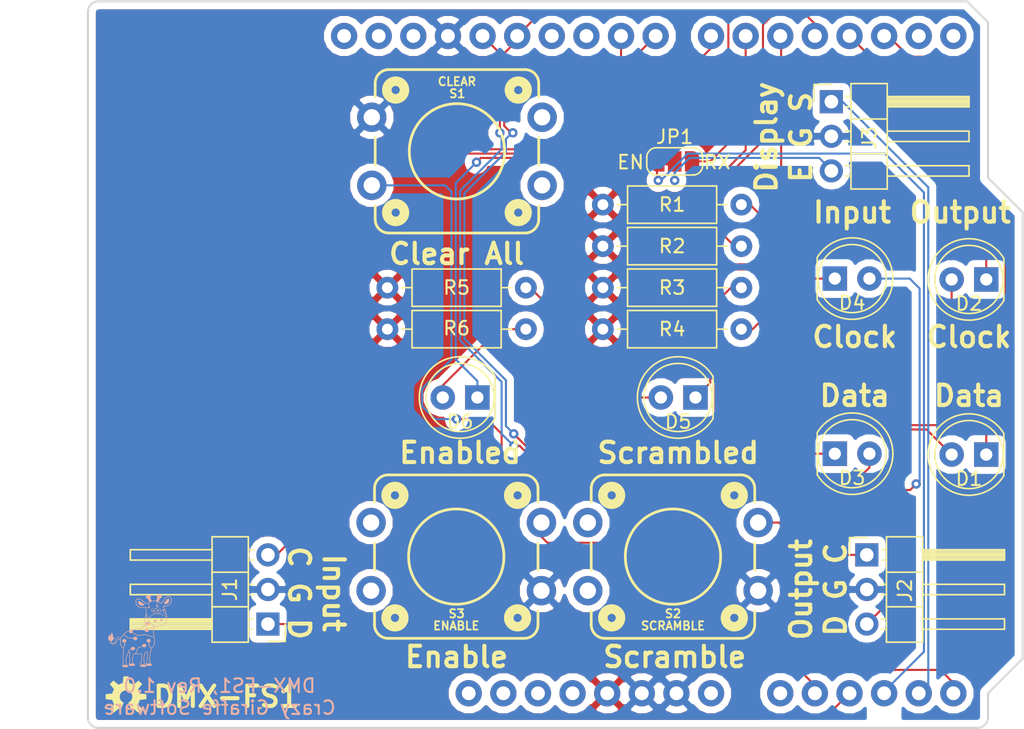
<source format=kicad_pcb>
(kicad_pcb (version 20171130) (host pcbnew "(5.0.0)")
  (title_block (title "DMX Demonstrator - Frame Scrambler (DMX-FS1)") (date 2023-12-02) (rev 1.0) (company "Crazy Giraffe Software") (comment 2 "Designed by: SparkyBobo") (comment 3 "https://creativecommons.org/licenses/by-sa/4.0/ ") (comment 4 "Released under the Creative Commons Attribution Share-Alike 4.0 License"))
  (layers (0 F.Cu signal) (31 B.Cu signal) (34 B.Paste user) (35 F.Paste user) (36 B.SilkS user) (37 F.SilkS user) (38 B.Mask user) (39 F.Mask user) (44 Edge.Cuts user))
  (net 0 "")
  (net 1 +5V)
  (net 2 /A1)
  (net 3 GND)
  (net 4 "Net-(D6-Pad2)")
  (net 5 "Net-(D5-Pad2)")
  (net 6 "Net-(D4-Pad2)")
  (net 7 "Net-(D1-Pad2)")
  (net 8 "Net-(D2-Pad2)")
  (net 9 "Net-(D3-Pad2)")
  (net 10 "Net-(A1-Pad32)")
  (net 11 "Net-(A1-Pad31)")
  (net 12 "Net-(A1-Pad1)")
  (net 13 "Net-(A1-Pad2)")
  (net 14 "Net-(A1-Pad3)")
  (net 15 "Net-(A1-Pad4)")
  (net 16 "Net-(A1-Pad8)")
  (net 17 "Net-(A1-Pad25)")
  (net 18 "Net-(A1-Pad26)")
  (net 19 /A2)
  (net 20 /A4)
  (net 21 "Net-(A1-Pad15)")
  (net 22 "Net-(A1-Pad16)")
  (net 23 /A5)
  (net 24 /RX)
  (net 25 /RXCLK)
  (net 26 "Net-(A1-Pad30)")
  (net 27 "Net-(A1-Pad9)")
  (net 28 /~DATA_RX)
  (net 29 /~DATA_TX)
  (net 30 /TX)
  (net 31 /TXCLK)
  (net 32 /A3)
  (net 33 /~CLK_RX)
  (net 34 /~CLK_TX)
  (net 35 /~SCRAM)
  (net 36 /~EN)
  (net 37 /EN)
  (module Jumper:SolderJumper-3_P1.3mm_Bridged12_RoundedPad1.0x1.5mm_NumberLabels (layer F.Cu) (at 159.385 74.9935)
    (fp_text reference JP1 (at 0 -1.8) (layer F.SilkS))
    (fp_text value EN/RX)
    (pad 1 smd custom (at -1.3 0) (size 1 0.5) (layers F.Cu F.Mask) (net 32 /A3) (options (clearance outline) (anchor rect)) (primitives (gr_circle (center 0 0.25) (end 0.5 0.25) (width 0)) (gr_circle (center 0 -0.25) (end 0.5 -0.25) (width 0)) (gr_poly (pts (xy 0.55 -0.75) (xy 0 -0.75) (xy 0 0.75) (xy 0.55 0.75)) (width 0)) (gr_poly (pts (xy 0.4 -0.3) (xy 0.9 -0.3) (xy 0.9 0.3) (xy 0.4 0.3)) (width 0))))
    (pad 3 smd custom (at 1.3 0) (size 1 0.5) (layers F.Cu F.Mask) (net 24 /RX) (options (clearance outline) (anchor rect)) (primitives (gr_circle (center 0 0.25) (end 0.5 0.25) (width 0)) (gr_circle (center 0 -0.25) (end 0.5 -0.25) (width 0)) (gr_poly (pts (xy -0.55 -0.75) (xy 0 -0.75) (xy 0 0.75) (xy -0.55 0.75)) (width 0))))
    (pad 2 smd rect (at 0 0) (size 1 1.5) (layers F.Cu F.Mask) (net 37 /EN))
  )
  (module Connector_PinHeader_2.54mm:PinHeader_1x03_P2.54mm_Horizontal (layer F.Cu) (at 170.8785 70.612)
    (fp_text reference J3 (at 2.794 2.667 90) (layer F.SilkS))
    (fp_text value Display)
    (pad 1 thru_hole rect (at 0 0) (size 1.7 1.7) (drill 1) (layers *.Cu *.Mask) (net 20 /A4))
    (pad 2 thru_hole oval (at 0 2.54) (size 1.7 1.7) (drill 1) (layers *.Cu *.Mask) (net 3 GND))
    (pad 3 thru_hole oval (at 0 5.08) (size 1.7 1.7) (drill 1) (layers *.Cu *.Mask) (net 37 /EN))
  )
  (module LED_THT:LED_D5.0mm (layer F.Cu) (at 144.907 92.329 180)
    (fp_text reference D6 (at 1.27 -1.778 180) (layer F.SilkS))
    (fp_text value DIM1)
    (pad 1 thru_hole rect (at 0 0 180) (size 1.8 1.8) (drill 0.9) (layers *.Cu *.Mask) (net 36 /~EN))
    (pad 2 thru_hole circle (at 2.54 0 180) (size 1.8 1.8) (drill 0.9) (layers *.Cu *.Mask) (net 4 "Net-(D6-Pad2)"))
  )
  (module Resistor_THT:R_Axial_DIN0207_L6.3mm_D2.5mm_P10.16mm_Horizontal (layer F.Cu) (at 138.303 87.3125)
    (fp_text reference R6 (at 5.08 -0.0635) (layer F.SilkS))
    (fp_text value 330)
    (pad 1 thru_hole circle (at 0 0) (size 1.6 1.6) (drill 0.8) (layers *.Cu *.Mask) (net 1 +5V))
    (pad 2 thru_hole oval (at 10.16 0) (size 1.6 1.6) (drill 0.8) (layers *.Cu *.Mask) (net 4 "Net-(D6-Pad2)"))
  )
  (module Connector_PinHeader_2.54mm:PinHeader_1x03_P2.54mm_Horizontal (layer F.Cu) (at 173.482 103.886)
    (fp_text reference J2 (at 2.794 2.6035 270) (layer F.SilkS))
    (fp_text value Output)
    (pad 1 thru_hole rect (at 0 0) (size 1.7 1.7) (drill 1) (layers *.Cu *.Mask) (net 25 /RXCLK))
    (pad 2 thru_hole oval (at 0 2.54) (size 1.7 1.7) (drill 1) (layers *.Cu *.Mask) (net 3 GND))
    (pad 3 thru_hole oval (at 0 5.08) (size 1.7 1.7) (drill 1) (layers *.Cu *.Mask) (net 24 /RX))
  )
  (module footprints:ARDUINO_R3_NO_HOLES (layer F.Cu) (at 150.622 89.916)
    (fp_text reference A1 hide)
    (fp_text value Arduino_UNO_R3 hide)
    (pad 4 thru_hole circle (at 1.27 24.13) (size 1.9304 1.9304) (drill 1.016) (layers *.Cu *.Mask) (net 15 "Net-(A1-Pad4)"))
    (pad 5 thru_hole circle (at 3.81 24.13) (size 1.9304 1.9304) (drill 1.016) (layers *.Cu *.Mask) (net 1 +5V))
    (pad 9 thru_hole circle (at 16.51 24.13) (size 1.9304 1.9304) (drill 1.016) (layers *.Cu *.Mask) (net 27 "Net-(A1-Pad9)"))
    (pad 10 thru_hole circle (at 19.05 24.13) (size 1.9304 1.9304) (drill 1.016) (layers *.Cu *.Mask) (net 2 /A1))
    (pad 11 thru_hole circle (at 21.59 24.13) (size 1.9304 1.9304) (drill 1.016) (layers *.Cu *.Mask) (net 19 /A2))
    (pad 12 thru_hole circle (at 24.13 24.13) (size 1.9304 1.9304) (drill 1.016) (layers *.Cu *.Mask) (net 32 /A3))
    (pad 13 thru_hole circle (at 26.67 24.13) (size 1.9304 1.9304) (drill 1.016) (layers *.Cu *.Mask) (net 20 /A4))
    (pad 14 thru_hole circle (at 29.21 24.13) (size 1.9304 1.9304) (drill 1.016) (layers *.Cu *.Mask) (net 23 /A5))
    (pad 30 thru_hole circle (at -10.414 -24.13) (size 1.9304 1.9304) (drill 1.016) (layers *.Cu *.Mask) (net 26 "Net-(A1-Pad30)"))
    (pad 15 thru_hole circle (at 29.21 -24.13) (size 1.9304 1.9304) (drill 1.016) (layers *.Cu *.Mask) (net 21 "Net-(A1-Pad15)"))
    (pad 16 thru_hole circle (at 26.67 -24.13) (size 1.9304 1.9304) (drill 1.016) (layers *.Cu *.Mask) (net 22 "Net-(A1-Pad16)"))
    (pad 17 thru_hole circle (at 24.13 -24.13) (size 1.9304 1.9304) (drill 1.016) (layers *.Cu *.Mask) (net 28 /~DATA_RX))
    (pad 18 thru_hole circle (at 21.59 -24.13) (size 1.9304 1.9304) (drill 1.016) (layers *.Cu *.Mask) (net 33 /~CLK_RX))
    (pad 19 thru_hole circle (at 19.05 -24.13) (size 1.9304 1.9304) (drill 1.016) (layers *.Cu *.Mask) (net 29 /~DATA_TX))
    (pad 20 thru_hole circle (at 16.51 -24.13) (size 1.9304 1.9304) (drill 1.016) (layers *.Cu *.Mask) (net 34 /~CLK_TX))
    (pad 21 thru_hole circle (at 13.97 -24.13) (size 1.9304 1.9304) (drill 1.016) (layers *.Cu *.Mask) (net 35 /~SCRAM))
    (pad 22 thru_hole circle (at 11.43 -24.13) (size 1.9304 1.9304) (drill 1.016) (layers *.Cu *.Mask) (net 36 /~EN))
    (pad 23 thru_hole circle (at 7.366 -24.13) (size 1.9304 1.9304) (drill 1.016) (layers *.Cu *.Mask) (net 30 /TX))
    (pad 24 thru_hole circle (at 4.826 -24.13) (size 1.9304 1.9304) (drill 1.016) (layers *.Cu *.Mask) (net 31 /TXCLK))
    (pad 25 thru_hole circle (at 2.286 -24.13) (size 1.9304 1.9304) (drill 1.016) (layers *.Cu *.Mask) (net 17 "Net-(A1-Pad25)"))
    (pad 26 thru_hole circle (at -0.254 -24.13) (size 1.9304 1.9304) (drill 1.016) (layers *.Cu *.Mask) (net 18 "Net-(A1-Pad26)"))
    (pad 27 thru_hole circle (at -2.794 -24.13) (size 1.9304 1.9304) (drill 1.016) (layers *.Cu *.Mask) (net 24 /RX))
    (pad 28 thru_hole circle (at -5.334 -24.13) (size 1.9304 1.9304) (drill 1.016) (layers *.Cu *.Mask) (net 25 /RXCLK))
    (pad 6 thru_hole circle (at 6.35 24.13) (size 1.9304 1.9304) (drill 1.016) (layers *.Cu *.Mask) (net 3 GND))
    (pad 7 thru_hole circle (at 8.89 24.13) (size 1.9304 1.9304) (drill 1.016) (layers *.Cu *.Mask) (net 3 GND))
    (pad 29 thru_hole circle (at -7.874 -24.13) (size 1.9304 1.9304) (drill 1.016) (layers *.Cu *.Mask) (net 3 GND))
    (pad 2 thru_hole circle (at -3.81 24.13) (size 1.9304 1.9304) (drill 1.016) (layers *.Cu *.Mask) (net 13 "Net-(A1-Pad2)"))
    (pad 1 thru_hole circle (at -6.35 24.13) (size 1.9304 1.9304) (drill 1.016) (layers *.Cu *.Mask) (net 12 "Net-(A1-Pad1)"))
    (pad 3 thru_hole circle (at -1.27 24.13) (size 1.9304 1.9304) (drill 1.016) (layers *.Cu *.Mask) (net 14 "Net-(A1-Pad3)"))
    (pad 32 thru_hole circle (at -15.494 -24.13) (size 1.9304 1.9304) (drill 1.016) (layers *.Cu *.Mask) (net 10 "Net-(A1-Pad32)"))
    (pad 31 thru_hole circle (at -12.954 -24.13) (size 1.9304 1.9304) (drill 1.016) (layers *.Cu *.Mask) (net 11 "Net-(A1-Pad31)"))
    (pad 8 thru_hole circle (at 11.43 24.13) (size 1.9304 1.9304) (drill 1.016) (layers *.Cu *.Mask) (net 16 "Net-(A1-Pad8)"))
  )
  (module Resistor_THT:R_Axial_DIN0207_L6.3mm_D2.5mm_P10.16mm_Horizontal (layer F.Cu) (at 154.1145 81.2165)
    (fp_text reference R2 (at 5.08 0) (layer F.SilkS))
    (fp_text value 330)
    (pad 2 thru_hole oval (at 10.16 0) (size 1.6 1.6) (drill 0.8) (layers *.Cu *.Mask) (net 8 "Net-(D2-Pad2)"))
    (pad 1 thru_hole circle (at 0 0) (size 1.6 1.6) (drill 0.8) (layers *.Cu *.Mask) (net 1 +5V))
  )
  (module Resistor_THT:R_Axial_DIN0207_L6.3mm_D2.5mm_P10.16mm_Horizontal (layer F.Cu) (at 154.1145 84.2645)
    (fp_text reference R3 (at 5.08 0) (layer F.SilkS))
    (fp_text value 330)
    (pad 2 thru_hole oval (at 10.16 0) (size 1.6 1.6) (drill 0.8) (layers *.Cu *.Mask) (net 9 "Net-(D3-Pad2)"))
    (pad 1 thru_hole circle (at 0 0) (size 1.6 1.6) (drill 0.8) (layers *.Cu *.Mask) (net 1 +5V))
  )
  (module Resistor_THT:R_Axial_DIN0207_L6.3mm_D2.5mm_P10.16mm_Horizontal (layer F.Cu) (at 154.1145 78.1685)
    (fp_text reference R1 (at 5.08 0) (layer F.SilkS))
    (fp_text value 330)
    (pad 1 thru_hole circle (at 0 0) (size 1.6 1.6) (drill 0.8) (layers *.Cu *.Mask) (net 1 +5V))
    (pad 2 thru_hole oval (at 10.16 0) (size 1.6 1.6) (drill 0.8) (layers *.Cu *.Mask) (net 7 "Net-(D1-Pad2)"))
  )
  (module Resistor_THT:R_Axial_DIN0207_L6.3mm_D2.5mm_P10.16mm_Horizontal (layer F.Cu) (at 154.1145 87.3125)
    (fp_text reference R4 (at 5.08 0) (layer F.SilkS))
    (fp_text value 330)
    (pad 2 thru_hole oval (at 10.16 0) (size 1.6 1.6) (drill 0.8) (layers *.Cu *.Mask) (net 6 "Net-(D4-Pad2)"))
    (pad 1 thru_hole circle (at 0 0) (size 1.6 1.6) (drill 0.8) (layers *.Cu *.Mask) (net 1 +5V))
  )
  (module Resistor_THT:R_Axial_DIN0207_L6.3mm_D2.5mm_P10.16mm_Horizontal (layer F.Cu) (at 138.303 84.2645)
    (fp_text reference R5 (at 5.08 0) (layer F.SilkS))
    (fp_text value 330)
    (pad 2 thru_hole oval (at 10.16 0) (size 1.6 1.6) (drill 0.8) (layers *.Cu *.Mask) (net 5 "Net-(D5-Pad2)"))
    (pad 1 thru_hole circle (at 0 0) (size 1.6 1.6) (drill 0.8) (layers *.Cu *.Mask) (net 1 +5V))
  )
  (module Switches:TACTILE_SWITCH_PTH_12MM (layer F.Cu) (at 159.258 104.013)
    (fp_text reference S2 (at 0 4.191) (layer F.SilkS) (effects (font (size 0.6096 0.6096) (thickness 0.127))))
    (fp_text value SCRAMBLE (at 0 5.08) (layer F.SilkS) (effects (font (size 0.6096 0.6096) (thickness 0.127))))
    (pad 1 thru_hole circle (at 6.2484 2.49936) (size 2.159 2.159) (drill 1.19888) (layers *.Cu *.Mask) (net 3 GND))
    (pad 2 thru_hole circle (at -6.2484 2.49936) (size 2.159 2.159) (drill 1.19888) (layers *.Cu *.Mask))
    (pad 3 thru_hole circle (at 6.2484 -2.49936) (size 2.159 2.159) (drill 1.19888) (layers *.Cu *.Mask) (net 19 /A2))
    (pad 4 thru_hole circle (at -6.2484 -2.49936) (size 2.159 2.159) (drill 1.19888) (layers *.Cu *.Mask))
  )
  (module LED_THT:LED_D5.0mm (layer F.Cu) (at 182.245 96.52 180)
    (fp_text reference D1 (at 1.27 -1.778 180) (layer F.SilkS))
    (fp_text value DATA_OUT)
    (pad 1 thru_hole rect (at 0 0 180) (size 1.8 1.8) (drill 0.9) (layers *.Cu *.Mask) (net 28 /~DATA_RX))
    (pad 2 thru_hole circle (at 2.54 0 180) (size 1.8 1.8) (drill 0.9) (layers *.Cu *.Mask) (net 7 "Net-(D1-Pad2)"))
  )
  (module Switches:TACTILE_SWITCH_PTH_12MM (layer F.Cu) (at 143.3576 104.013)
    (fp_text reference S3 (at 0.0254 4.191) (layer F.SilkS) (effects (font (size 0.6096 0.6096) (thickness 0.127))))
    (fp_text value ENABLE (at 0 5.08) (layer F.SilkS) (effects (font (size 0.6096 0.6096) (thickness 0.127))))
    (pad 4 thru_hole circle (at -6.2484 -2.49936) (size 2.159 2.159) (drill 1.19888) (layers *.Cu *.Mask))
    (pad 3 thru_hole circle (at 6.2484 -2.49936) (size 2.159 2.159) (drill 1.19888) (layers *.Cu *.Mask) (net 23 /A5))
    (pad 2 thru_hole circle (at -6.2484 2.49936) (size 2.159 2.159) (drill 1.19888) (layers *.Cu *.Mask))
    (pad 1 thru_hole circle (at 6.2484 2.49936) (size 2.159 2.159) (drill 1.19888) (layers *.Cu *.Mask) (net 3 GND))
  )
  (module Switches:TACTILE_SWITCH_PTH_12MM (layer F.Cu) (at 143.4084 74.25436 180)
    (fp_text reference S1 (at -0.0254 4.23164 180) (layer F.SilkS) (effects (font (size 0.6096 0.6096) (thickness 0.127))))
    (fp_text value CLEAR (at 0 5.12064 180) (layer F.SilkS) (effects (font (size 0.6096 0.6096) (thickness 0.127))))
    (pad 1 thru_hole circle (at 6.2484 2.49936 180) (size 2.159 2.159) (drill 1.19888) (layers *.Cu *.Mask) (net 3 GND))
    (pad 2 thru_hole circle (at -6.2484 2.49936 180) (size 2.159 2.159) (drill 1.19888) (layers *.Cu *.Mask))
    (pad 3 thru_hole circle (at 6.2484 -2.49936 180) (size 2.159 2.159) (drill 1.19888) (layers *.Cu *.Mask) (net 2 /A1))
    (pad 4 thru_hole circle (at -6.2484 -2.49936 180) (size 2.159 2.159) (drill 1.19888) (layers *.Cu *.Mask))
  )
  (module LED_THT:LED_D5.0mm (layer F.Cu) (at 171.1325 96.4565)
    (fp_text reference D3 (at 1.27 1.778) (layer F.SilkS))
    (fp_text value DATA_IN)
    (pad 1 thru_hole rect (at 0 0) (size 1.8 1.8) (drill 0.9) (layers *.Cu *.Mask) (net 29 /~DATA_TX))
    (pad 2 thru_hole circle (at 2.54 0) (size 1.8 1.8) (drill 0.9) (layers *.Cu *.Mask) (net 9 "Net-(D3-Pad2)"))
  )
  (module LED_THT:LED_D5.0mm (layer F.Cu) (at 171.1325 83.5985)
    (fp_text reference D4 (at 1.27 1.778) (layer F.SilkS))
    (fp_text value CLOCK_IN)
    (pad 2 thru_hole circle (at 2.54 0) (size 1.8 1.8) (drill 0.9) (layers *.Cu *.Mask) (net 6 "Net-(D4-Pad2)"))
    (pad 1 thru_hole rect (at 0 0) (size 1.8 1.8) (drill 0.9) (layers *.Cu *.Mask) (net 34 /~CLK_TX))
  )
  (module LED_THT:LED_D5.0mm (layer F.Cu) (at 160.909 92.329 180)
    (fp_text reference D5 (at 1.27 -1.778 180) (layer F.SilkS))
    (fp_text value DIM1)
    (pad 1 thru_hole rect (at 0 0 180) (size 1.8 1.8) (drill 0.9) (layers *.Cu *.Mask) (net 35 /~SCRAM))
    (pad 2 thru_hole circle (at 2.54 0 180) (size 1.8 1.8) (drill 0.9) (layers *.Cu *.Mask) (net 5 "Net-(D5-Pad2)"))
  )
  (module Connector_PinHeader_2.54mm:PinHeader_1x03_P2.54mm_Horizontal (layer F.Cu) (at 129.54 108.966 180)
    (fp_text reference J1 (at 2.794 2.54 90) (layer F.SilkS))
    (fp_text value Input)
    (pad 1 thru_hole rect (at 0 0 180) (size 1.7 1.7) (drill 1) (layers *.Cu *.Mask) (net 30 /TX))
    (pad 2 thru_hole oval (at 0 2.54 180) (size 1.7 1.7) (drill 1) (layers *.Cu *.Mask) (net 3 GND))
    (pad 3 thru_hole oval (at 0 5.08 180) (size 1.7 1.7) (drill 1) (layers *.Cu *.Mask) (net 31 /TXCLK))
  )
  (module LED_THT:LED_D5.0mm (layer F.Cu) (at 182.245 83.662 180)
    (fp_text reference D2 (at 1.27 -1.778 180) (layer F.SilkS))
    (fp_text value CLOCK_OUT)
    (pad 2 thru_hole circle (at 2.54 0 180) (size 1.8 1.8) (drill 0.9) (layers *.Cu *.Mask) (net 8 "Net-(D2-Pad2)"))
    (pad 1 thru_hole rect (at 0 0 180) (size 1.8 1.8) (drill 0.9) (layers *.Cu *.Mask) (net 33 /~CLK_RX))
  )
  (module footprints:OSHW-LOGO-S (layer F.Cu) (at 119.126 114.3)
    (fp_text reference "" (at 0 0) (layer F.SilkS) (effects (font (size 1.524 1.524))))
    (fp_text value "" (at 0 0) (layer F.SilkS) (effects (font (size 1.524 1.524))))
  )
  (module footprints:logo_cr_5x5 (layer B.Cu) (at 120.142 109.474 180)
    (fp_text reference G*** hide)
    (fp_text value LOGO hide)
  )
  (gr_text RX (at 162.4965 75.057) (layer F.SilkS) (effects (font (size 1 1))))
  (gr_text EN (at 156.1465 75.057) (layer F.SilkS) (effects (font (size 1 1))))
  (gr_text Output (at 180.34 78.74) (layer F.SilkS) (effects (font (size 1.5 1.5) (thickness 0.3))))
  (gr_text Input (at 172.4025 78.74) (layer F.SilkS) (effects (font (size 1.5 1.5) (thickness 0.3))))
  (gr_text "E G S" (at 168.656 73.2155 90) (layer F.SilkS) (effects (font (size 1.5 1.5) (thickness 0.3))))
  (gr_text Display (at 166.116 73.2155 90) (layer F.SilkS) (effects (font (size 1.5 1.5) (thickness 0.3))))
  (gr_text Data (at 172.593 92.202) (layer F.SilkS) (effects (font (size 1.5 1.5) (thickness 0.3))))
  (gr_text Clock (at 172.593 87.884) (layer F.SilkS) (effects (font (size 1.5 1.5) (thickness 0.3))))
  (gr_text "C G D" (at 131.826 106.68 270) (layer F.SilkS) (effects (font (size 1.5 1.5) (thickness 0.3))))
  (gr_text Input (at 134.366 106.68 270) (layer F.SilkS) (effects (font (size 1.5 1.5) (thickness 0.3))))
  (gr_arc (start 181.61 115.824) (end 181.61 116.586) (angle -90) (layer Edge.Cuts) (width 0.15))
  (gr_arc (start 117.094 115.824) (end 116.332 115.824) (angle -90) (layer Edge.Cuts) (width 0.15))
  (gr_arc (start 117.094 64.008) (end 117.094 63.246) (angle -90) (layer Edge.Cuts) (width 0.15))
  (gr_line (start 116.332 115.824) (end 116.332 64.008) (layer Edge.Cuts) (width 0.15))
  (gr_line (start 181.61 116.586) (end 117.094 116.586) (layer Edge.Cuts) (width 0.15))
  (gr_line (start 182.372 114.046) (end 182.372 115.824) (layer Edge.Cuts) (width 0.15))
  (gr_line (start 184.912 111.506) (end 182.372 114.046) (layer Edge.Cuts) (width 0.15))
  (gr_line (start 184.912 78.74) (end 184.912 111.506) (layer Edge.Cuts) (width 0.15))
  (gr_line (start 182.372 76.2) (end 184.912 78.74) (layer Edge.Cuts) (width 0.15))
  (gr_line (start 182.372 64.77) (end 182.372 76.2) (layer Edge.Cuts) (width 0.15))
  (gr_line (start 180.848 63.246) (end 182.372 64.77) (layer Edge.Cuts) (width 0.15))
  (gr_line (start 117.094 63.246) (end 180.848 63.246) (layer Edge.Cuts) (width 0.15))
  (gr_text "DMX-FS1, Rev 1.0\nCrazy Giraffe Software" (at 125.984 114.3) (layer B.SilkS) (effects (font (size 1 1)) (justify mirror)))
  (gr_text DMX-FS1 (at 126.492 114.3) (layer F.SilkS) (effects (font (size 1.5 1.5) (thickness 0.3))))
  (gr_text Clock (at 180.975 87.884) (layer F.SilkS) (effects (font (size 1.5 1.5) (thickness 0.3))))
  (gr_text Output (at 168.656 106.426 90) (layer F.SilkS) (effects (font (size 1.5 1.5) (thickness 0.3))))
  (gr_text "Clear All" (at 143.383 81.788) (layer F.SilkS) (effects (font (size 1.5 1.5) (thickness 0.3))))
  (gr_text Scrambled (at 159.639 96.393) (layer F.SilkS) (effects (font (size 1.5 1.5) (thickness 0.3))))
  (gr_text Enabled (at 143.637 96.393) (layer F.SilkS) (effects (font (size 1.5 1.5) (thickness 0.3))))
  (gr_text Scramble (at 159.385 111.379) (layer F.SilkS) (effects (font (size 1.5 1.5) (thickness 0.3))))
  (gr_text Enable (at 143.383 111.379) (layer F.SilkS) (effects (font (size 1.5 1.5) (thickness 0.3))))
  (gr_text "D G C" (at 171.196 106.426 90) (layer F.SilkS) (effects (font (size 1.5 1.5) (thickness 0.3))))
  (gr_text Data (at 180.975 92.202) (layer F.SilkS) (effects (font (size 1.5 1.5) (thickness 0.3))))
  (segment (start 154.432 114.046) (end 153.997154 114.046) (width 0.3048) (layer F.Cu) (net 1))
  (segment (start 137.96772 76.75372) (end 137.16 76.75372) (width 0.1524) (layer F.Cu) (net 2))
  (segment (start 142.53972 76.75372) (end 137.16 76.75372) (width 0.1524) (layer B.Cu) (net 2))
  (segment (start 143.002 77.216) (end 142.53972 76.75372) (width 0.1524) (layer B.Cu) (net 2))
  (segment (start 143.002 89.535) (end 143.002 77.216) (width 0.1524) (layer B.Cu) (net 2))
  (via (at 143.383 93.9165) (size 0.6858) (drill 0.3302) (layers F.Cu B.Cu) (net 2))
  (segment (start 143.383 93.9165) (end 141.7955 93.9165) (width 0.1524) (layer B.Cu) (net 2))
  (segment (start 141.7955 93.9165) (end 140.843 92.964) (width 0.1524) (layer B.Cu) (net 2))
  (segment (start 140.843 92.964) (end 140.843 91.694) (width 0.1524) (layer B.Cu) (net 2))
  (segment (start 140.843 91.694) (end 143.002 89.535) (width 0.1524) (layer B.Cu) (net 2))
  (segment (start 169.672 113.4745) (end 169.672 114.046) (width 0.1524) (layer F.Cu) (net 2))
  (segment (start 167.8305 111.633) (end 169.672 113.4745) (width 0.1524) (layer F.Cu) (net 2))
  (segment (start 167.8305 100.9015) (end 167.8305 111.633) (width 0.1524) (layer F.Cu) (net 2))
  (segment (start 165.354 98.425) (end 167.8305 100.9015) (width 0.1524) (layer F.Cu) (net 2))
  (segment (start 163.068 98.425) (end 165.354 98.425) (width 0.1524) (layer F.Cu) (net 2))
  (segment (start 145.6055 93.9165) (end 146.685 94.996) (width 0.1524) (layer F.Cu) (net 2))
  (segment (start 143.383 93.9165) (end 145.6055 93.9165) (width 0.1524) (layer F.Cu) (net 2))
  (segment (start 146.685 94.996) (end 146.685 101.7905) (width 0.1524) (layer F.Cu) (net 2))
  (segment (start 146.685 101.7905) (end 148.209 103.3145) (width 0.1524) (layer F.Cu) (net 2))
  (segment (start 148.209 103.3145) (end 158.1785 103.3145) (width 0.1524) (layer F.Cu) (net 2))
  (segment (start 158.1785 103.3145) (end 163.068 98.425) (width 0.1524) (layer F.Cu) (net 2))
  (segment (start 142.367 92.329) (end 142.2908 92.2528) (width 0.1524) (layer F.Cu) (net 4))
  (segment (start 142.367 92.329) (end 142.367 91.44) (width 0.1524) (layer F.Cu) (net 4))
  (segment (start 146.4945 87.3125) (end 145.288 88.519) (width 0.1524) (layer F.Cu) (net 4))
  (segment (start 148.463 87.3125) (end 146.4945 87.3125) (width 0.1524) (layer F.Cu) (net 4))
  (segment (start 142.367 91.44) (end 145.288 88.519) (width 0.1524) (layer F.Cu) (net 4))
  (segment (start 148.463 84.2645) (end 148.7805 84.2645) (width 0.1524) (layer F.Cu) (net 5))
  (segment (start 148.7805 84.2645) (end 149.86 85.344) (width 0.1524) (layer F.Cu) (net 5))
  (segment (start 149.86 85.344) (end 149.86 91.7575) (width 0.1524) (layer F.Cu) (net 5))
  (segment (start 150.4315 92.329) (end 158.369 92.329) (width 0.1524) (layer F.Cu) (net 5))
  (segment (start 149.86 91.7575) (end 150.4315 92.329) (width 0.1524) (layer F.Cu) (net 5))
  (segment (start 176.626 83.5985) (end 173.6725 83.5985) (width 0.1524) (layer B.Cu) (net 6))
  (via (at 177.1015 98.679) (size 0.6858) (drill 0.3302) (layers F.Cu B.Cu) (net 6))
  (segment (start 177.3555 84.328) (end 176.626 83.5985) (width 0.1524) (layer B.Cu) (net 6))
  (segment (start 177.3555 98.425) (end 177.3555 84.328) (width 0.1524) (layer B.Cu) (net 6))
  (segment (start 177.1015 98.679) (end 177.3555 98.425) (width 0.1524) (layer B.Cu) (net 6))
  (segment (start 165.9255 86.487) (end 165.1 87.3125) (width 0.1524) (layer F.Cu) (net 6))
  (segment (start 165.9255 83.5025) (end 165.9255 86.487) (width 0.1524) (layer F.Cu) (net 6))
  (segment (start 163.2585 82.931) (end 165.354 82.931) (width 0.1524) (layer F.Cu) (net 6))
  (segment (start 165.354 82.931) (end 165.9255 83.5025) (width 0.1524) (layer F.Cu) (net 6))
  (segment (start 162.3695 83.82) (end 163.2585 82.931) (width 0.1524) (layer F.Cu) (net 6))
  (segment (start 176.657 99.1235) (end 168.402 99.1235) (width 0.1524) (layer F.Cu) (net 6))
  (segment (start 177.1015 98.679) (end 176.657 99.1235) (width 0.1524) (layer F.Cu) (net 6))
  (segment (start 165.1 87.3125) (end 164.2745 87.3125) (width 0.1524) (layer F.Cu) (net 6))
  (segment (start 168.402 99.1235) (end 166.37 97.0915) (width 0.1524) (layer F.Cu) (net 6))
  (segment (start 163.6395 97.0915) (end 162.3695 95.8215) (width 0.1524) (layer F.Cu) (net 6))
  (segment (start 166.37 97.0915) (end 163.6395 97.0915) (width 0.1524) (layer F.Cu) (net 6))
  (segment (start 162.3695 95.8215) (end 162.3695 83.82) (width 0.1524) (layer F.Cu) (net 6))
  (segment (start 177.8635 94.6785) (end 179.705 96.52) (width 0.1524) (layer F.Cu) (net 7))
  (segment (start 167.8305 94.6785) (end 177.8635 94.6785) (width 0.1524) (layer F.Cu) (net 7))
  (segment (start 166.5605 93.4085) (end 167.8305 94.6785) (width 0.1524) (layer F.Cu) (net 7))
  (segment (start 166.5605 79.8195) (end 166.5605 93.4085) (width 0.1524) (layer F.Cu) (net 7))
  (segment (start 164.2745 78.1685) (end 164.9095 78.1685) (width 0.1524) (layer F.Cu) (net 7))
  (segment (start 164.9095 78.1685) (end 166.5605 79.8195) (width 0.1524) (layer F.Cu) (net 7))
  (segment (start 179.705 93.599) (end 179.705 83.662) (width 0.1524) (layer F.Cu) (net 8))
  (segment (start 168.021 94.361) (end 178.943 94.361) (width 0.1524) (layer F.Cu) (net 8))
  (segment (start 166.878 93.218) (end 168.021 94.361) (width 0.1524) (layer F.Cu) (net 8))
  (segment (start 166.878 78.2955) (end 166.878 93.218) (width 0.1524) (layer F.Cu) (net 8))
  (segment (start 178.943 94.361) (end 179.705 93.599) (width 0.1524) (layer F.Cu) (net 8))
  (segment (start 163.7665 81.2165) (end 162.6235 80.0735) (width 0.1524) (layer F.Cu) (net 8))
  (segment (start 162.6235 80.0735) (end 162.6235 77.2795) (width 0.1524) (layer F.Cu) (net 8))
  (segment (start 162.6235 77.2795) (end 163.195 76.708) (width 0.1524) (layer F.Cu) (net 8))
  (segment (start 163.195 76.708) (end 165.2905 76.708) (width 0.1524) (layer F.Cu) (net 8))
  (segment (start 164.2745 81.2165) (end 163.7665 81.2165) (width 0.1524) (layer F.Cu) (net 8))
  (segment (start 165.2905 76.708) (end 166.878 78.2955) (width 0.1524) (layer F.Cu) (net 8))
  (segment (start 173.6725 97.4725) (end 173.6725 96.4565) (width 0.1524) (layer F.Cu) (net 9))
  (segment (start 168.656 98.806) (end 172.339 98.806) (width 0.1524) (layer F.Cu) (net 9))
  (segment (start 172.339 98.806) (end 173.6725 97.4725) (width 0.1524) (layer F.Cu) (net 9))
  (segment (start 163.5125 84.2645) (end 162.687 85.09) (width 0.1524) (layer F.Cu) (net 9))
  (segment (start 164.2745 84.2645) (end 163.5125 84.2645) (width 0.1524) (layer F.Cu) (net 9))
  (segment (start 162.687 85.09) (end 162.687 95.377) (width 0.1524) (layer F.Cu) (net 9))
  (segment (start 162.687 95.377) (end 164.084 96.774) (width 0.1524) (layer F.Cu) (net 9))
  (segment (start 164.084 96.774) (end 166.624 96.774) (width 0.1524) (layer F.Cu) (net 9))
  (segment (start 166.624 96.774) (end 168.656 98.806) (width 0.1524) (layer F.Cu) (net 9))
  (segment (start 170.6245 115.6335) (end 172.212 114.046) (width 0.1524) (layer F.Cu) (net 19))
  (segment (start 166.497 115.6335) (end 170.6245 115.6335) (width 0.1524) (layer F.Cu) (net 19))
  (segment (start 167.04564 101.51364) (end 167.513 101.981) (width 0.1524) (layer F.Cu) (net 19))
  (segment (start 165.5064 101.51364) (end 167.04564 101.51364) (width 0.1524) (layer F.Cu) (net 19))
  (segment (start 167.513 101.981) (end 167.513 111.4425) (width 0.1524) (layer F.Cu) (net 19))
  (segment (start 167.513 111.4425) (end 165.5445 113.411) (width 0.1524) (layer F.Cu) (net 19))
  (segment (start 165.5445 113.411) (end 165.5445 114.681) (width 0.1524) (layer F.Cu) (net 19))
  (segment (start 165.5445 114.681) (end 166.497 115.6335) (width 0.1524) (layer F.Cu) (net 19))
  (segment (start 171.704 70.612) (end 170.8785 70.612) (width 0.1524) (layer B.Cu) (net 20))
  (segment (start 177.9905 76.8985) (end 171.704 70.612) (width 0.1524) (layer B.Cu) (net 20))
  (segment (start 177.292 114.046) (end 177.9905 113.3475) (width 0.1524) (layer B.Cu) (net 20))
  (segment (start 177.9905 113.3475) (end 177.9905 76.8985) (width 0.1524) (layer B.Cu) (net 20))
  (segment (start 149.606 101.51364) (end 149.606 101.3968) (width 0.1524) (layer F.Cu) (net 23))
  (segment (start 179.832 113.792) (end 179.832 114.046) (width 0.1524) (layer F.Cu) (net 23))
  (segment (start 179.832 113.284) (end 179.832 113.792) (width 0.1524) (layer F.Cu) (net 23))
  (segment (start 179.832 113.284) (end 179.832 114.046) (width 0.1524) (layer F.Cu) (net 23))
  (segment (start 178.8795 112.3315) (end 179.832 113.284) (width 0.1524) (layer F.Cu) (net 23))
  (segment (start 169.037 112.3315) (end 178.8795 112.3315) (width 0.1524) (layer F.Cu) (net 23))
  (segment (start 168.148 111.4425) (end 169.037 112.3315) (width 0.1524) (layer F.Cu) (net 23))
  (segment (start 168.148 100.6348) (end 168.148 111.4425) (width 0.1524) (layer F.Cu) (net 23))
  (segment (start 149.606 102.5525) (end 150.0505 102.997) (width 0.1524) (layer F.Cu) (net 23))
  (segment (start 149.606 101.51364) (end 149.606 102.5525) (width 0.1524) (layer F.Cu) (net 23))
  (segment (start 150.0505 102.997) (end 157.988 102.997) (width 0.1524) (layer F.Cu) (net 23))
  (segment (start 157.988 102.997) (end 162.941 98.044) (width 0.1524) (layer F.Cu) (net 23))
  (segment (start 162.941 98.044) (end 165.5572 98.044) (width 0.1524) (layer F.Cu) (net 23))
  (segment (start 165.5572 98.044) (end 168.148 100.6348) (width 0.1524) (layer F.Cu) (net 23))
  (segment (start 147.1676 66.4464) (end 147.828 65.786) (width 0.1524) (layer F.Cu) (net 24))
  (via (at 147.5105 72.898) (size 0.6858) (drill 0.3302) (layers F.Cu B.Cu) (net 24))
  (segment (start 147.447 72.9615) (end 147.5105 72.898) (width 0.1524) (layer F.Cu) (net 24))
  (segment (start 146.8755 72.39) (end 147.447 72.9615) (width 0.1524) (layer F.Cu) (net 24))
  (segment (start 146.8755 67.056) (end 146.8755 72.39) (width 0.1524) (layer F.Cu) (net 24))
  (segment (start 147.828 65.786) (end 147.828 66.1035) (width 0.1524) (layer F.Cu) (net 24))
  (segment (start 147.828 66.1035) (end 146.8755 67.056) (width 0.1524) (layer F.Cu) (net 24))
  (via (at 147.574 94.996) (size 0.6858) (drill 0.3302) (layers F.Cu B.Cu) (net 24))
  (segment (start 147.447 72.898) (end 147.5105 72.898) (width 0.1524) (layer B.Cu) (net 24))
  (segment (start 147.0025 73.3425) (end 147.447 72.898) (width 0.1524) (layer B.Cu) (net 24))
  (segment (start 147.0025 94.4245) (end 147.0025 91.059) (width 0.1524) (layer B.Cu) (net 24))
  (segment (start 147.0025 91.059) (end 143.9545 88.011) (width 0.1524) (layer B.Cu) (net 24))
  (segment (start 143.9545 88.011) (end 143.9545 77.343) (width 0.1524) (layer B.Cu) (net 24))
  (segment (start 143.9545 77.343) (end 147.0025 74.295) (width 0.1524) (layer B.Cu) (net 24))
  (segment (start 147.0025 74.295) (end 147.0025 73.3425) (width 0.1524) (layer B.Cu) (net 24))
  (segment (start 147.574 94.996) (end 147.0025 94.4245) (width 0.1524) (layer B.Cu) (net 24))
  (segment (start 149.987 97.409) (end 147.574 94.996) (width 0.1524) (layer F.Cu) (net 24))
  (segment (start 175.1584 107.2896) (end 175.1584 102.7049) (width 0.1524) (layer F.Cu) (net 24))
  (segment (start 173.482 108.966) (end 175.1584 107.2896) (width 0.1524) (layer F.Cu) (net 24))
  (segment (start 175.1584 102.7049) (end 174.4091 101.9556) (width 0.1524) (layer F.Cu) (net 24))
  (segment (start 174.4091 101.9556) (end 170.6626 101.9556) (width 0.1524) (layer F.Cu) (net 24))
  (segment (start 170.6626 101.9556) (end 166.116 97.409) (width 0.1524) (layer F.Cu) (net 24))
  (segment (start 166.116 97.409) (end 149.987 97.409) (width 0.1524) (layer F.Cu) (net 24))
  (segment (start 160.685 74.9935) (end 161.9885 74.9935) (width 0.1524) (layer F.Cu) (net 24))
  (segment (start 161.9885 74.9935) (end 163.322 73.66) (width 0.1524) (layer F.Cu) (net 24))
  (segment (start 163.322 73.66) (end 163.322 64.7065) (width 0.1524) (layer F.Cu) (net 24))
  (segment (start 163.322 64.7065) (end 162.7505 64.135) (width 0.1524) (layer F.Cu) (net 24))
  (segment (start 149.479 64.135) (end 147.828 65.786) (width 0.1524) (layer F.Cu) (net 24))
  (segment (start 162.7505 64.135) (end 149.479 64.135) (width 0.1524) (layer F.Cu) (net 24))
  (segment (start 145.6944 66.1924) (end 145.288 65.786) (width 0.1524) (layer F.Cu) (net 25))
  (via (at 146.558 72.898) (size 0.6858) (drill 0.3302) (layers F.Cu B.Cu) (net 25))
  (segment (start 146.558 67.056) (end 145.288 65.786) (width 0.1524) (layer F.Cu) (net 25))
  (segment (start 146.558 72.898) (end 146.558 67.056) (width 0.1524) (layer F.Cu) (net 25))
  (via (at 147.574 95.885) (size 0.6858) (drill 0.3302) (layers F.Cu B.Cu) (net 25))
  (segment (start 172.0215 103.886) (end 173.482 103.886) (width 0.1524) (layer F.Cu) (net 25))
  (segment (start 165.862 97.7265) (end 172.0215 103.886) (width 0.1524) (layer F.Cu) (net 25))
  (segment (start 149.86 97.7265) (end 165.862 97.7265) (width 0.1524) (layer F.Cu) (net 25))
  (segment (start 147.574 95.885) (end 148.0185 95.885) (width 0.1524) (layer F.Cu) (net 25))
  (segment (start 148.0185 95.885) (end 149.86 97.7265) (width 0.1524) (layer F.Cu) (net 25))
  (segment (start 146.685 72.898) (end 146.558 72.898) (width 0.1524) (layer B.Cu) (net 25))
  (segment (start 146.685 94.996) (end 146.685 91.186) (width 0.1524) (layer B.Cu) (net 25))
  (segment (start 147.574 95.885) (end 146.685 94.996) (width 0.1524) (layer B.Cu) (net 25))
  (segment (start 146.685 91.186) (end 143.637 88.138) (width 0.1524) (layer B.Cu) (net 25))
  (segment (start 143.637 88.138) (end 143.637 77.1525) (width 0.1524) (layer B.Cu) (net 25))
  (segment (start 143.637 77.1525) (end 146.685 74.1045) (width 0.1524) (layer B.Cu) (net 25))
  (segment (start 146.685 74.1045) (end 146.685 72.898) (width 0.1524) (layer B.Cu) (net 25))
  (segment (start 183.642 91.5416) (end 182.245 92.9386) (width 0.1524) (layer F.Cu) (net 28))
  (segment (start 183.642 82.042) (end 183.642 91.5416) (width 0.1524) (layer F.Cu) (net 28))
  (segment (start 182.245 92.9386) (end 182.245 96.52) (width 0.1524) (layer F.Cu) (net 28))
  (segment (start 175.0568 65.786) (end 176.5808 67.31) (width 0.1524) (layer F.Cu) (net 28))
  (segment (start 174.752 65.786) (end 175.0568 65.786) (width 0.1524) (layer F.Cu) (net 28))
  (segment (start 176.5808 67.31) (end 178.943 67.31) (width 0.1524) (layer F.Cu) (net 28))
  (segment (start 178.943 67.31) (end 180.5432 68.9102) (width 0.1524) (layer F.Cu) (net 28))
  (segment (start 180.5432 68.9102) (end 180.5432 78.9432) (width 0.1524) (layer F.Cu) (net 28))
  (segment (start 180.5432 78.9432) (end 183.642 82.042) (width 0.1524) (layer F.Cu) (net 28))
  (segment (start 166.243 93.5355) (end 169.164 96.4565) (width 0.1524) (layer F.Cu) (net 29))
  (segment (start 165.608 82.55) (end 166.243 83.185) (width 0.1524) (layer F.Cu) (net 29))
  (segment (start 163.2585 82.55) (end 165.608 82.55) (width 0.1524) (layer F.Cu) (net 29))
  (segment (start 166.243 83.185) (end 166.243 93.5355) (width 0.1524) (layer F.Cu) (net 29))
  (segment (start 162.306 81.5975) (end 163.2585 82.55) (width 0.1524) (layer F.Cu) (net 29))
  (segment (start 162.306 77.0255) (end 162.306 81.5975) (width 0.1524) (layer F.Cu) (net 29))
  (segment (start 169.164 96.4565) (end 171.1325 96.4565) (width 0.1524) (layer F.Cu) (net 29))
  (segment (start 169.672 64.897) (end 168.91 64.135) (width 0.1524) (layer F.Cu) (net 29))
  (segment (start 169.672 65.786) (end 169.672 64.897) (width 0.1524) (layer F.Cu) (net 29))
  (segment (start 166.6875 64.135) (end 165.862 64.9605) (width 0.1524) (layer F.Cu) (net 29))
  (segment (start 168.91 64.135) (end 166.6875 64.135) (width 0.1524) (layer F.Cu) (net 29))
  (segment (start 165.862 64.9605) (end 165.862 73.4695) (width 0.1524) (layer F.Cu) (net 29))
  (segment (start 165.862 73.4695) (end 162.306 77.0255) (width 0.1524) (layer F.Cu) (net 29))
  (segment (start 130.937 108.966) (end 129.54 108.966) (width 0.1524) (layer F.Cu) (net 30))
  (segment (start 131.953 107.95) (end 130.937 108.966) (width 0.1524) (layer F.Cu) (net 30))
  (segment (start 155.7655 68.0085) (end 155.7655 72.517) (width 0.1524) (layer F.Cu) (net 30))
  (segment (start 157.988 65.786) (end 155.7655 68.0085) (width 0.1524) (layer F.Cu) (net 30))
  (segment (start 155.7655 72.517) (end 153.8605 74.422) (width 0.1524) (layer F.Cu) (net 30))
  (segment (start 153.8605 74.422) (end 132.715 74.422) (width 0.1524) (layer F.Cu) (net 30))
  (segment (start 132.715 74.422) (end 131.953 75.184) (width 0.1524) (layer F.Cu) (net 30))
  (segment (start 131.953 75.184) (end 131.953 107.95) (width 0.1524) (layer F.Cu) (net 30))
  (segment (start 153.7335 74.1045) (end 144.9705 74.1045) (width 0.1524) (layer F.Cu) (net 31))
  (segment (start 155.448 65.786) (end 155.448 72.39) (width 0.1524) (layer F.Cu) (net 31))
  (segment (start 155.448 72.39) (end 153.7335 74.1045) (width 0.1524) (layer F.Cu) (net 31))
  (segment (start 132.588 74.1045) (end 145.034 74.1045) (width 0.1524) (layer F.Cu) (net 31))
  (segment (start 131.6355 75.057) (end 132.588 74.1045) (width 0.1524) (layer F.Cu) (net 31))
  (segment (start 131.6355 102.4255) (end 131.6355 75.057) (width 0.1524) (layer F.Cu) (net 31))
  (segment (start 129.54 103.886) (end 130.175 103.886) (width 0.1524) (layer F.Cu) (net 31))
  (segment (start 130.175 103.886) (end 131.6355 102.4255) (width 0.1524) (layer F.Cu) (net 31))
  (via (at 158.1785 76.3905) (size 0.6858) (drill 0.3302) (layers F.Cu B.Cu) (net 32))
  (segment (start 174.752 113.919) (end 174.752 114.046) (width 0.1524) (layer B.Cu) (net 32))
  (segment (start 158.1785 76.3905) (end 158.369 76.3905) (width 0.1524) (layer B.Cu) (net 32))
  (segment (start 160.3375 74.422) (end 174.8155 74.422) (width 0.1524) (layer B.Cu) (net 32))
  (segment (start 174.8155 74.422) (end 177.673 77.2795) (width 0.1524) (layer B.Cu) (net 32))
  (segment (start 158.369 76.3905) (end 160.3375 74.422) (width 0.1524) (layer B.Cu) (net 32))
  (segment (start 177.673 77.2795) (end 177.673 110.998) (width 0.1524) (layer B.Cu) (net 32))
  (segment (start 177.673 110.998) (end 174.752 113.919) (width 0.1524) (layer B.Cu) (net 32))
  (segment (start 158.085 76.297) (end 158.1785 76.3905) (width 0.1524) (layer F.Cu) (net 32))
  (segment (start 158.085 74.9935) (end 158.085 76.297) (width 0.1524) (layer F.Cu) (net 32))
  (segment (start 182.245 82.169) (end 182.245 83.662) (width 0.1524) (layer F.Cu) (net 33))
  (segment (start 180.1876 80.1116) (end 182.245 82.169) (width 0.1524) (layer F.Cu) (net 33))
  (segment (start 180.1876 69.1896) (end 180.1876 80.1116) (width 0.1524) (layer F.Cu) (net 33))
  (segment (start 178.7144 67.7164) (end 180.1876 69.1896) (width 0.1524) (layer F.Cu) (net 33))
  (segment (start 172.212 65.786) (end 174.1424 67.7164) (width 0.1524) (layer F.Cu) (net 33))
  (segment (start 174.1424 67.7164) (end 178.7144 67.7164) (width 0.1524) (layer F.Cu) (net 33))
  (segment (start 168.3075 83.5985) (end 171.1325 83.5985) (width 0.1524) (layer F.Cu) (net 34))
  (segment (start 167.1955 82.4865) (end 168.3075 83.5985) (width 0.1524) (layer F.Cu) (net 34))
  (segment (start 167.132 65.786) (end 167.1955 65.8495) (width 0.1524) (layer F.Cu) (net 34))
  (segment (start 167.1955 65.8495) (end 167.1955 82.4865) (width 0.1524) (layer F.Cu) (net 34))
  (segment (start 161.9885 91.2495) (end 160.909 92.329) (width 0.1524) (layer F.Cu) (net 35))
  (segment (start 161.9885 76.7715) (end 161.9885 91.2495) (width 0.1524) (layer F.Cu) (net 35))
  (segment (start 164.592 65.786) (end 164.592 74.168) (width 0.1524) (layer F.Cu) (net 35))
  (segment (start 164.592 74.168) (end 161.9885 76.7715) (width 0.1524) (layer F.Cu) (net 35))
  (via (at 144.8435 75.057) (size 0.6858) (drill 0.3302) (layers F.Cu B.Cu) (net 36))
  (segment (start 145.161 74.7395) (end 144.8435 75.057) (width 0.1524) (layer F.Cu) (net 36))
  (segment (start 145.7325 74.7395) (end 145.161 74.7395) (width 0.1524) (layer F.Cu) (net 36))
  (segment (start 145.4785 74.7395) (end 145.7325 74.7395) (width 0.1524) (layer F.Cu) (net 36))
  (segment (start 143.3195 76.581) (end 144.8435 75.057) (width 0.1524) (layer B.Cu) (net 36))
  (segment (start 143.3195 89.535) (end 143.3195 76.581) (width 0.1524) (layer B.Cu) (net 36))
  (segment (start 144.907 92.329) (end 144.907 91.1225) (width 0.1524) (layer B.Cu) (net 36))
  (segment (start 144.907 91.1225) (end 143.3195 89.535) (width 0.1524) (layer B.Cu) (net 36))
  (segment (start 153.797 74.7395) (end 145.7325 74.7395) (width 0.1524) (layer F.Cu) (net 36))
  (segment (start 153.9875 74.7395) (end 153.797 74.7395) (width 0.1524) (layer F.Cu) (net 36))
  (segment (start 162.052 65.786) (end 162.052 66.675) (width 0.1524) (layer F.Cu) (net 36))
  (segment (start 162.052 66.675) (end 153.9875 74.7395) (width 0.1524) (layer F.Cu) (net 36))
  (via (at 159.385 76.3905) (size 0.6858) (drill 0.3302) (layers F.Cu B.Cu) (net 37))
  (segment (start 159.385 76.3905) (end 159.385 74.9935) (width 0.1524) (layer F.Cu) (net 37))
  (segment (start 170.8785 75.6285) (end 170.8785 75.692) (width 0.1524) (layer B.Cu) (net 37))
  (segment (start 169.9895 74.7395) (end 170.8785 75.6285) (width 0.1524) (layer B.Cu) (net 37))
  (segment (start 160.4645 74.7395) (end 169.9895 74.7395) (width 0.1524) (layer B.Cu) (net 37))
  (segment (start 159.385 76.3905) (end 159.385 75.819) (width 0.1524) (layer B.Cu) (net 37))
  (segment (start 159.385 75.819) (end 160.4645 74.7395) (width 0.1524) (layer B.Cu) (net 37))
  (zone (net 3) (net_name GND) (layer B.Cu) (connect_pads (clearance 0.508)) (min_thickness 0.254) (fill yes (arc_segments 16) (thermal_gap 0.508) (thermal_bridge_width 0.508))
    (polygon (pts (xy 116.586 63.754) (xy 116.84 63.5) (xy 180.848 63.5) (xy 182.118 64.77) (xy 182.118 76.454) (xy 184.658 78.994) (xy 184.658 111.252) (xy 182.118 113.792) (xy 182.118 116.078) (xy 181.864 116.332) (xy 116.84 116.332) (xy 116.586 116.078)))
  )
  (zone (net 1) (net_name +5V) (layer F.Cu) (connect_pads (clearance 0.508)) (min_thickness 0.254) (fill yes (arc_segments 16) (thermal_gap 0.508) (thermal_bridge_width 0.508))
    (polygon (pts (xy 116.586 63.754) (xy 116.84 63.5) (xy 180.848 63.5) (xy 182.118 64.77) (xy 182.118 76.454) (xy 184.658 78.994) (xy 184.658 111.252) (xy 182.118 113.792) (xy 182.118 116.078) (xy 181.864 116.332) (xy 116.84 116.332) (xy 116.586 116.078)))
  )
  (zone (net 0) (net_name "") (layer B.Cu) (connect_pads (clearance 0.508)) (min_thickness 0.254)
    (keepout (tracks not_allowed) (vias not_allowed) (copperpour not_allowed))
    (fill (arc_segments 16) (thermal_gap 0.508) (thermal_bridge_width 0.508))
    (polygon (pts (xy 173.482 114.6175) (xy 176.022 114.681) (xy 176.022 116.3955) (xy 173.482 116.332)))
  )
)
</source>
